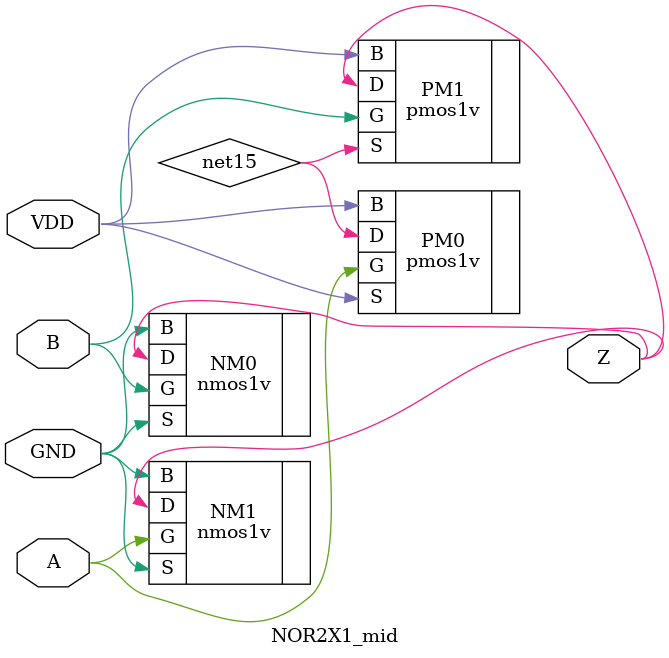
<source format=v>

module NOR2X1_mid (
A,B,GND,Z,VDD );
input  A;
input  B;
input  GND;
output  Z;
input  VDD;
wire VDD;
wire net15;
wire Z;
wire A;
wire B;
wire GND;

nmos1v    
 NM1  ( .S( GND ), .G( A ), .B( GND ), .D( Z ) );

nmos1v    
 NM0  ( .S( GND ), .G( B ), .B( GND ), .D( Z ) );

pmos1v    
 PM1  ( .S( net15 ), .G( B ), .B( VDD ), .D( Z ) );

pmos1v    
 PM0  ( .S( VDD ), .G( A ), .B( VDD ), .D( net15 ) );

endmodule


</source>
